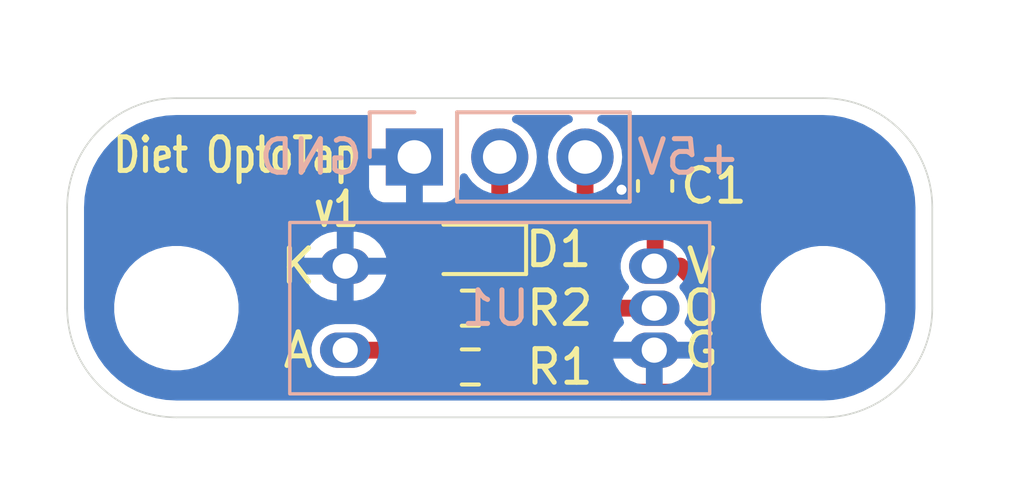
<source format=kicad_pcb>
(kicad_pcb (version 20240108) (generator "pcbnew") (generator_version "8.0")
  (title_block (title "Diet-OptoTap"))
  (layers (0 "F.Cu" signal) (31 "B.Cu" signal) (34 "B.Paste" user) (35 "F.Paste" user) (36 "B.SilkS" user "B.Silkscreen") (37 "F.SilkS" user "F.Silkscreen") (38 "B.Mask" user) (39 "F.Mask" user) (44 "Edge.Cuts" user))
  (net 0 "")
  (net 1 "GND")
  (net 2 "+5V")
  (net 3 "Net-(D1-A)")
  (net 4 "LIMIT")
  (net 5 "Net-(U1-K)")
  (footprint "MountingHole:MountingHole_3.2mm_M3" (layer "F.Cu") (at 150 100)
    (property "Reference" "H1" (hide yes))
    (property "Value" "MountingHole")
    (pad "" np_thru_hole circle (at 0 0) (size 3.2 3.2) (drill 3.2) (layers "F&B.Cu" "*.Mask"))
  )
  (footprint "Resistor_SMD:R_0603_1608Metric_Pad0.98x0.95mm_HandSolder" (layer "F.Cu") (at 158.75 100 180)
    (property "Reference" "R2" (at -2.6625 0 0) (layer "F.SilkS"))
    (property "Value" "1k")
    (fp_line (start -0.254724 0.5225) (end 0.254724 0.5225) (stroke (width 0.12)) (layer "F.SilkS"))
    (fp_line (start -0.254724 -0.5225) (end 0.254724 -0.5225) (stroke (width 0.12)) (layer "F.SilkS"))
    (pad "1" smd roundrect (at -0.9125 0 180) (size 0.975 0.95) (layers "F.Cu" "F.Paste" "F.Mask") (net 2 "+5V"))
    (pad "2" smd roundrect (at 0.9125 0 180) (size 0.975 0.95) (layers "F.Cu" "F.Paste" "F.Mask") (net 3 "Net-(D1-A)"))
  )
  (footprint "LED_SMD:LED_0603_1608Metric_Pad1.05x0.95mm_HandSolder" (layer "F.Cu") (at 158.75 98.25 180)
    (property "Reference" "D1" (at -2.625 0 0) (layer "F.SilkS"))
    (property "Value" "LED_Small")
    (fp_line (start 0.8 -0.735) (end -1.66 -0.735) (stroke (width 0.12)) (layer "F.SilkS"))
    (fp_line (start -1.66 0.735) (end 0.8 0.735) (stroke (width 0.12)) (layer "F.SilkS"))
    (fp_line (start -1.66 -0.735) (end -1.66 0.735) (stroke (width 0.12)) (layer "F.SilkS"))
    (pad "1" smd roundrect (at -0.875 0 180) (size 1.05 0.95) (layers "F.Cu" "F.Paste" "F.Mask") (net 4 "LIMIT"))
    (pad "2" smd roundrect (at 0.875 0 180) (size 1.05 0.95) (layers "F.Cu" "F.Paste" "F.Mask") (net 3 "Net-(D1-A)"))
  )
  (footprint "Resistor_SMD:R_0603_1608Metric_Pad0.98x0.95mm_HandSolder" (layer "F.Cu") (at 158.75 101.75 180)
    (property "Reference" "R1" (at -2.6625 0 0) (layer "F.SilkS"))
    (property "Value" "220R")
    (fp_line (start -0.254724 0.5225) (end 0.254724 0.5225) (stroke (width 0.12)) (layer "F.SilkS"))
    (fp_line (start -0.254724 -0.5225) (end 0.254724 -0.5225) (stroke (width 0.12)) (layer "F.SilkS"))
    (pad "1" smd roundrect (at -0.9125 0 180) (size 0.975 0.95) (layers "F.Cu" "F.Paste" "F.Mask") (net 2 "+5V"))
    (pad "2" smd roundrect (at 0.9125 0 180) (size 0.975 0.95) (layers "F.Cu" "F.Paste" "F.Mask") (net 5 "Net-(U1-K)"))
  )
  (footprint "MountingHole:MountingHole_3.2mm_M3" (layer "F.Cu") (at 169.25 100)
    (property "Reference" "H2" (hide yes))
    (property "Value" "MountingHole")
    (pad "" np_thru_hole circle (at 0 0) (size 3.2 3.2) (drill 3.2) (layers "F&B.Cu" "*.Mask"))
  )
  (footprint "Capacitor_SMD:C_0603_1608Metric_Pad1.08x0.95mm_HandSolder" (layer "F.Cu") (at 164.25 96.3625 90)
    (property "Reference" "C1" (at 0 1.75 360) (layer "F.SilkS"))
    (property "Value" "100nF")
    (fp_line (start -0.146267 -0.51) (end 0.146267 -0.51) (stroke (width 0.12)) (layer "F.SilkS"))
    (fp_line (start -0.146267 0.51) (end 0.146267 0.51) (stroke (width 0.12)) (layer "F.SilkS"))
    (pad "1" smd roundrect (at -0.8625 0 90) (size 1.075 0.95) (layers "F.Cu" "F.Paste" "F.Mask") (net 2 "+5V"))
    (pad "2" smd roundrect (at 0.8625 0 90) (size 1.075 0.95) (layers "F.Cu" "F.Paste" "F.Mask") (net 1 "GND"))
  )
  (footprint "Connector_PinHeader_2.54mm:PinHeader_1x03_P2.54mm_Vertical" (layer "B.Cu") (at 157.085 95.5 -90)
    (property "Reference" "J1" (hide yes))
    (property "Value" "Conn_01x03")
    (fp_line (start -1.33 1.33) (end -1.33 0) (stroke (width 0.12)) (layer "B.SilkS"))
    (fp_line (start 0 1.33) (end -1.33 1.33) (stroke (width 0.12)) (layer "B.SilkS"))
    (fp_line (start 1.33 -1.27) (end -1.33 -1.27) (stroke (width 0.12)) (layer "B.SilkS"))
    (fp_line (start -1.33 -6.41) (end -1.33 -1.27) (stroke (width 0.12)) (layer "B.SilkS"))
    (fp_line (start 1.33 -6.41) (end 1.33 -1.27) (stroke (width 0.12)) (layer "B.SilkS"))
    (fp_line (start 1.33 -6.41) (end -1.33 -6.41) (stroke (width 0.12)) (layer "B.SilkS"))
    (pad "1" thru_hole rect (at 0 0 270) (size 1.7 1.7) (drill 1) (layers "*.Cu" "*.Mask") (net 1 "GND"))
    (pad "2" thru_hole oval (at 0 -2.54 270) (size 1.7 1.7) (drill 1) (layers "*.Cu" "*.Mask") (net 4 "LIMIT"))
    (pad "3" thru_hole oval (at 0 -5.08 270) (size 1.7 1.7) (drill 1) (layers "*.Cu" "*.Mask") (net 2 "+5V"))
  )
  (footprint "Diet-OptoTap-Footprints:EE-SX398" (layer "B.Cu") (at 159.625 100 180)
    (property "Reference" "U1" (at 0.125 0 0) (layer "B.SilkS") (effects (justify mirror)))
    (property "Value" "~")
    (fp_rect (start -6.25 2.55) (end 6.25 -2.55) (stroke (width 0.1)) (fill none) (layer "B.SilkS"))
    (fp_text user "K" (at 6 1.25 0) (layer "F.SilkS"))
    (fp_text user "O" (at -6 0 0) (layer "F.SilkS"))
    (fp_text user "V" (at -6 1.25 0) (layer "F.SilkS"))
    (fp_text user "A" (at 6 -1.25 0) (layer "F.SilkS"))
    (fp_text user "G" (at -6 -1.25 0) (layer "F.SilkS"))
    (pad "1" thru_hole oval (at 4.6 1.25 180) (size 1.5 1.05) (drill 0.75) (layers "*.Cu" "*.Mask") (net 1 "GND"))
    (pad "2" thru_hole oval (at 4.6 -1.25 180) (size 1.5 1.05) (drill 0.75) (layers "*.Cu" "*.Mask") (net 5 "Net-(U1-K)"))
    (pad "3" thru_hole oval (at -4.6 -1.25 180) (size 1.5 1.05) (drill 0.75) (layers "*.Cu" "*.Mask") (net 1 "GND"))
    (pad "4" thru_hole oval (at -4.6 0 180) (size 1.5 1.05) (drill 0.75) (layers "*.Cu" "*.Mask") (net 4 "LIMIT"))
    (pad "5" thru_hole oval (at -4.6 1.25 180) (size 1.5 1.05) (drill 0.75) (layers "*.Cu" "*.Mask") (net 2 "+5V"))
  )
  (gr_line (start 172.5 97) (end 172.5 100) (stroke (width 0.05)) (layer "Edge.Cuts"))
  (gr_line (start 169.25 103.25) (end 150 103.25) (stroke (width 0.05)) (layer "Edge.Cuts"))
  (gr_line (start 150 93.75) (end 169.25 93.75) (stroke (width 0.05)) (layer "Edge.Cuts"))
  (gr_line (start 146.75 97) (end 146.75 100) (stroke (width 0.05)) (layer "Edge.Cuts"))
  (gr_arc (start 169.25 93.75) (mid 171.548097 94.701903) (end 172.5 97) (stroke (width 0.05)) (layer "Edge.Cuts"))
  (gr_arc (start 146.75 97) (mid 147.701903 94.701903) (end 150 93.75) (stroke (width 0.05)) (layer "Edge.Cuts"))
  (gr_arc (start 172.5 100) (mid 171.548097 102.298097) (end 169.25 103.25) (stroke (width 0.05)) (layer "Edge.Cuts"))
  (gr_arc (start 150 103.25) (mid 147.701903 102.298097) (end 146.75 100) (stroke (width 0.05)) (layer "Edge.Cuts"))
  (gr_text "+5V" (at 165.25 95.5 0) (layer "B.SilkS") (effects (font (size 1 1)) (justify mirror)))
  (gr_text "GND" (at 154 95.5 -0) (layer "B.SilkS") (effects (font (size 1 1)) (justify mirror)))
  (gr_text "Diet OptoTap\nv1" (at 155.5 96.25 0) (layer "F.SilkS") (effects (font (size 1 0.75)) (justify right)))
  (segment (start 164.225 95.5) (end 163.25 96.475) (width 0.5) (layer "F.Cu") (net 1))
  (segment (start 164.25 95.5) (end 164.225 95.5) (width 0.5) (layer "F.Cu") (net 1))
  (via (at 163.25 96.475) (size 0.6) (drill 0.3) (layers "F.Cu" "B.Cu") (net 1))
  (segment (start 163.25 102.5) (end 162.5 101.75) (width 0.5) (layer "F.Cu") (net 2))
  (segment (start 162.5 101.75) (end 159.6625 101.75) (width 0.5) (layer "F.Cu") (net 2))
  (segment (start 165.75 102) (end 165.25 102.5) (width 0.5) (layer "F.Cu") (net 2))
  (segment (start 165 98.75) (end 165.75 99.5) (width 0.5) (layer "F.Cu") (net 2))
  (segment (start 164.25 97.225) (end 164.25 98.725) (width 0.5) (layer "F.Cu") (net 2))
  (segment (start 164.225 98.75) (end 165 98.75) (width 0.5) (layer "F.Cu") (net 2))
  (segment (start 165.75 99.5) (end 165.75 102) (width 0.5) (layer "F.Cu") (net 2))
  (segment (start 165.25 102.5) (end 163.25 102.5) (width 0.5) (layer "F.Cu") (net 2))
  (segment (start 159.6625 100) (end 159.6625 101.75) (width 0.5) (layer "F.Cu") (net 2))
  (segment (start 162.165 96.665) (end 162.725 97.225) (width 0.5) (layer "F.Cu") (net 2))
  (segment (start 164.25 98.725) (end 164.225 98.75) (width 0.5) (layer "F.Cu") (net 2))
  (segment (start 162.165 95.5) (end 162.165 96.665) (width 0.5) (layer "F.Cu") (net 2))
  (segment (start 162.725 97.225) (end 164.25 97.225) (width 0.5) (layer "F.Cu") (net 2))
  (segment (start 157.875 99.9625) (end 157.8375 100) (width 0.2) (layer "F.Cu") (net 3))
  (segment (start 157.875 98.25) (end 157.875 99.9625) (width 0.5) (layer "F.Cu") (net 3))
  (segment (start 162.8125 100) (end 164.225 100) (width 0.5) (layer "F.Cu") (net 4))
  (segment (start 159.625 95.5) (end 159.625 98.25) (width 0.5) (layer "F.Cu") (net 4))
  (segment (start 161.0625 98.25) (end 162.8125 100) (width 0.5) (layer "F.Cu") (net 4))
  (segment (start 159.625 98.25) (end 161.0625 98.25) (width 0.5) (layer "F.Cu") (net 4))
  (segment (start 156.5 101.25) (end 157 101.75) (width 0.5) (layer "F.Cu") (net 5))
  (segment (start 157 101.75) (end 157.8375 101.75) (width 0.5) (layer "F.Cu") (net 5))
  (segment (start 155.025 101.25) (end 156.5 101.25) (width 0.5) (layer "F.Cu") (net 5))
  (zone (net 1) (net_name "GND") (layer "B.Cu") (priority 1) (connect_pads (clearance 0.25)) (min_thickness 0.25) (fill yes (thermal_gap 0.5) (thermal_bridge_width 0.5))
    (polygon (pts (xy 144.75 92.25) (xy 175.25 92.25) (xy 175.25 105.25) (xy 144.75 105.25)))
  )
)
</source>
